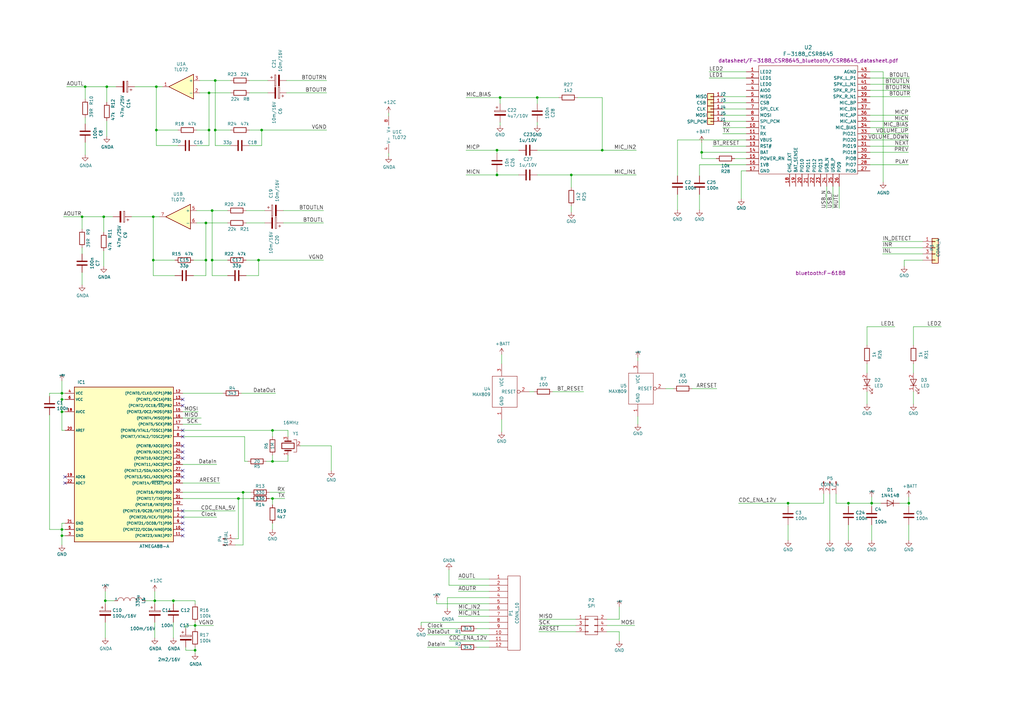
<source format=kicad_sch>
(kicad_sch (version 20200602) (host eeschema "5.99.0-unknown-6083c08~88~ubuntu18.04.1")
  (page 1 1)
  (paper "A3")
  (title_block (date "12 mar 2014"))
  (junction (at 25.4 161.29))
  (junction (at 25.4 163.83))
  (junction (at 25.4 168.91))
  (junction (at 25.4 217.17))
  (junction (at 25.4 219.71))
  (junction (at 33.655 88.9))
  (junction (at 34.925 35.56))
  (junction (at 42.545 88.9))
  (junction (at 43.18 246.38))
  (junction (at 43.815 35.56))
  (junction (at 62.865 88.9))
  (junction (at 62.865 106.68))
  (junction (at 63.5 246.38))
  (junction (at 64.135 35.56))
  (junction (at 64.135 53.34))
  (junction (at 71.12 246.38))
  (junction (at 80.01 256.54))
  (junction (at 80.01 266.7))
  (junction (at 84.455 91.44))
  (junction (at 84.455 106.68))
  (junction (at 85.725 38.1))
  (junction (at 85.725 53.34))
  (junction (at 86.995 86.36))
  (junction (at 86.995 106.68))
  (junction (at 88.265 33.02))
  (junction (at 88.265 53.34))
  (junction (at 97.79 204.47))
  (junction (at 99.695 201.93))
  (junction (at 106.045 106.68))
  (junction (at 107.315 53.34))
  (junction (at 111.76 176.53))
  (junction (at 111.76 189.23))
  (junction (at 111.76 204.47))
  (junction (at 203.835 61.595))
  (junction (at 203.835 71.755))
  (junction (at 205.105 40.005))
  (junction (at 220.345 40.005))
  (junction (at 234.315 71.755))
  (junction (at 247.015 61.595))
  (junction (at 287.782 62.484))
  (junction (at 323.215 206.375))
  (junction (at 347.98 206.375))
  (junction (at 357.505 206.375))
  (junction (at 372.745 206.375))
  (no_connect (at 74.93 217.17))
  (no_connect (at 74.93 195.58))
  (no_connect (at 74.93 179.07))
  (no_connect (at 74.93 166.37))
  (no_connect (at 74.93 209.55))
  (no_connect (at 74.93 212.09))
  (no_connect (at 26.67 198.12))
  (no_connect (at 74.93 176.53))
  (no_connect (at 74.93 193.04))
  (no_connect (at 74.93 214.63))
  (no_connect (at 74.93 219.71))
  (no_connect (at 74.93 163.83))
  (no_connect (at 26.67 195.58))
  (no_connect (at 74.93 182.88))
  (no_connect (at 74.93 185.42))
  (no_connect (at 74.93 187.96))
  (wire (pts (xy 20.32 161.29) (xy 25.4 161.29)))
  (wire (pts (xy 20.32 162.56) (xy 20.32 161.29)))
  (wire (pts (xy 20.32 217.17) (xy 20.32 170.18)))
  (wire (pts (xy 25.4 156.21) (xy 25.4 161.29)))
  (wire (pts (xy 25.4 161.29) (xy 25.4 163.83)))
  (wire (pts (xy 25.4 163.83) (xy 25.4 168.91)))
  (wire (pts (xy 25.4 168.91) (xy 25.4 176.53)))
  (wire (pts (xy 25.4 176.53) (xy 26.67 176.53)))
  (wire (pts (xy 25.4 214.63) (xy 25.4 217.17)))
  (wire (pts (xy 25.4 217.17) (xy 20.32 217.17)))
  (wire (pts (xy 25.4 217.17) (xy 25.4 219.71)))
  (wire (pts (xy 25.4 219.71) (xy 25.4 223.52)))
  (wire (pts (xy 26.035 88.9) (xy 33.655 88.9)))
  (wire (pts (xy 26.67 161.29) (xy 25.4 161.29)))
  (wire (pts (xy 26.67 163.83) (xy 25.4 163.83)))
  (wire (pts (xy 26.67 168.91) (xy 25.4 168.91)))
  (wire (pts (xy 26.67 214.63) (xy 25.4 214.63)))
  (wire (pts (xy 26.67 217.17) (xy 25.4 217.17)))
  (wire (pts (xy 26.67 219.71) (xy 25.4 219.71)))
  (wire (pts (xy 27.305 35.56) (xy 34.925 35.56)))
  (wire (pts (xy 33.655 88.9) (xy 42.545 88.9)))
  (wire (pts (xy 33.655 93.98) (xy 33.655 88.9)))
  (wire (pts (xy 33.655 101.6) (xy 33.655 104.14)))
  (wire (pts (xy 33.655 116.84) (xy 33.655 111.76)))
  (wire (pts (xy 34.925 35.56) (xy 43.815 35.56)))
  (wire (pts (xy 34.925 40.64) (xy 34.925 35.56)))
  (wire (pts (xy 34.925 48.26) (xy 34.925 50.8)))
  (wire (pts (xy 34.925 63.5) (xy 34.925 58.42)))
  (wire (pts (xy 42.545 88.9) (xy 46.355 88.9)))
  (wire (pts (xy 42.545 95.25) (xy 42.545 88.9)))
  (wire (pts (xy 42.545 109.22) (xy 42.545 102.87)))
  (wire (pts (xy 43.18 242.57) (xy 43.18 246.38)))
  (wire (pts (xy 43.18 246.38) (xy 43.18 247.65)))
  (wire (pts (xy 43.18 246.38) (xy 46.99 246.38)))
  (wire (pts (xy 43.18 255.27) (xy 43.18 261.62)))
  (wire (pts (xy 43.815 35.56) (xy 47.625 35.56)))
  (wire (pts (xy 43.815 41.91) (xy 43.815 35.56)))
  (wire (pts (xy 43.815 55.88) (xy 43.815 49.53)))
  (wire (pts (xy 53.975 88.9) (xy 62.865 88.9)))
  (wire (pts (xy 55.245 35.56) (xy 64.135 35.56)))
  (wire (pts (xy 59.69 246.38) (xy 63.5 246.38)))
  (wire (pts (xy 62.865 88.9) (xy 62.865 106.68)))
  (wire (pts (xy 62.865 88.9) (xy 65.405 88.9)))
  (wire (pts (xy 62.865 106.68) (xy 62.865 113.03)))
  (wire (pts (xy 62.865 113.03) (xy 71.755 113.03)))
  (wire (pts (xy 63.5 242.57) (xy 63.5 246.38)))
  (wire (pts (xy 63.5 246.38) (xy 63.5 247.65)))
  (wire (pts (xy 63.5 246.38) (xy 71.12 246.38)))
  (wire (pts (xy 63.5 255.27) (xy 63.5 261.62)))
  (wire (pts (xy 64.135 35.56) (xy 64.135 53.34)))
  (wire (pts (xy 64.135 35.56) (xy 66.675 35.56)))
  (wire (pts (xy 64.135 53.34) (xy 64.135 59.69)))
  (wire (pts (xy 64.135 59.69) (xy 73.025 59.69)))
  (wire (pts (xy 71.12 246.38) (xy 71.12 247.65)))
  (wire (pts (xy 71.12 246.38) (xy 80.01 246.38)))
  (wire (pts (xy 71.12 255.27) (xy 71.12 261.62)))
  (wire (pts (xy 71.755 106.68) (xy 62.865 106.68)))
  (wire (pts (xy 73.025 53.34) (xy 64.135 53.34)))
  (wire (pts (xy 74.93 161.29) (xy 91.44 161.29)))
  (wire (pts (xy 74.93 171.45) (xy 82.55 171.45)))
  (wire (pts (xy 74.93 173.99) (xy 82.55 173.99)))
  (wire (pts (xy 74.93 176.53) (xy 111.76 176.53)))
  (wire (pts (xy 74.93 179.07) (xy 100.33 179.07)))
  (wire (pts (xy 74.93 190.5) (xy 88.9 190.5)))
  (wire (pts (xy 74.93 198.12) (xy 90.17 198.12)))
  (wire (pts (xy 74.93 201.93) (xy 99.695 201.93)))
  (wire (pts (xy 74.93 204.47) (xy 97.79 204.47)))
  (wire (pts (xy 74.93 209.55) (xy 96.52 209.55)))
  (wire (pts (xy 74.93 212.09) (xy 88.9 212.09)))
  (wire (pts (xy 76.2 256.54) (xy 80.01 256.54)))
  (wire (pts (xy 76.2 257.81) (xy 76.2 256.54)))
  (wire (pts (xy 76.2 265.43) (xy 76.2 266.7)))
  (wire (pts (xy 76.2 266.7) (xy 80.01 266.7)))
  (wire (pts (xy 79.375 106.68) (xy 84.455 106.68)))
  (wire (pts (xy 80.01 246.38) (xy 80.01 247.65)))
  (wire (pts (xy 80.01 255.27) (xy 80.01 256.54)))
  (wire (pts (xy 80.01 256.54) (xy 80.01 257.81)))
  (wire (pts (xy 80.01 256.54) (xy 87.63 256.54)))
  (wire (pts (xy 80.01 265.43) (xy 80.01 266.7)))
  (wire (pts (xy 80.01 266.7) (xy 80.01 267.97)))
  (wire (pts (xy 80.645 53.34) (xy 85.725 53.34)))
  (wire (pts (xy 80.645 86.36) (xy 86.995 86.36)))
  (wire (pts (xy 80.645 91.44) (xy 84.455 91.44)))
  (wire (pts (xy 81.28 168.91) (xy 74.93 168.91)))
  (wire (pts (xy 81.915 33.02) (xy 88.265 33.02)))
  (wire (pts (xy 81.915 38.1) (xy 85.725 38.1)))
  (wire (pts (xy 84.455 91.44) (xy 84.455 106.68)))
  (wire (pts (xy 84.455 91.44) (xy 93.345 91.44)))
  (wire (pts (xy 84.455 106.68) (xy 84.455 113.03)))
  (wire (pts (xy 84.455 113.03) (xy 79.375 113.03)))
  (wire (pts (xy 85.725 38.1) (xy 85.725 53.34)))
  (wire (pts (xy 85.725 38.1) (xy 94.615 38.1)))
  (wire (pts (xy 85.725 53.34) (xy 85.725 59.69)))
  (wire (pts (xy 85.725 59.69) (xy 80.645 59.69)))
  (wire (pts (xy 86.995 86.36) (xy 86.995 106.68)))
  (wire (pts (xy 86.995 86.36) (xy 93.345 86.36)))
  (wire (pts (xy 86.995 106.68) (xy 86.995 113.03)))
  (wire (pts (xy 86.995 113.03) (xy 93.345 113.03)))
  (wire (pts (xy 88.265 33.02) (xy 88.265 53.34)))
  (wire (pts (xy 88.265 33.02) (xy 94.615 33.02)))
  (wire (pts (xy 88.265 53.34) (xy 88.265 59.69)))
  (wire (pts (xy 88.265 59.69) (xy 94.615 59.69)))
  (wire (pts (xy 93.345 106.68) (xy 86.995 106.68)))
  (wire (pts (xy 94.615 53.34) (xy 88.265 53.34)))
  (wire (pts (xy 96.52 220.98) (xy 97.79 220.98)))
  (wire (pts (xy 96.52 223.52) (xy 99.695 223.52)))
  (wire (pts (xy 97.79 204.47) (xy 102.87 204.47)))
  (wire (pts (xy 97.79 220.98) (xy 97.79 204.47)))
  (wire (pts (xy 99.06 161.29) (xy 113.03 161.29)))
  (wire (pts (xy 99.695 201.93) (xy 102.87 201.93)))
  (wire (pts (xy 99.695 223.52) (xy 99.695 201.93)))
  (wire (pts (xy 100.33 179.07) (xy 100.33 189.23)))
  (wire (pts (xy 100.33 189.23) (xy 101.6 189.23)))
  (wire (pts (xy 100.965 86.36) (xy 108.585 86.36)))
  (wire (pts (xy 100.965 91.44) (xy 108.585 91.44)))
  (wire (pts (xy 100.965 106.68) (xy 106.045 106.68)))
  (wire (pts (xy 100.965 113.03) (xy 106.045 113.03)))
  (wire (pts (xy 102.235 33.02) (xy 109.855 33.02)))
  (wire (pts (xy 102.235 38.1) (xy 109.855 38.1)))
  (wire (pts (xy 102.235 53.34) (xy 107.315 53.34)))
  (wire (pts (xy 102.235 59.69) (xy 107.315 59.69)))
  (wire (pts (xy 106.045 106.68) (xy 132.715 106.68)))
  (wire (pts (xy 106.045 113.03) (xy 106.045 106.68)))
  (wire (pts (xy 107.315 53.34) (xy 133.985 53.34)))
  (wire (pts (xy 107.315 59.69) (xy 107.315 53.34)))
  (wire (pts (xy 109.22 189.23) (xy 111.76 189.23)))
  (wire (pts (xy 110.49 201.93) (xy 116.84 201.93)))
  (wire (pts (xy 110.49 204.47) (xy 111.76 204.47)))
  (wire (pts (xy 111.76 176.53) (xy 111.76 179.07)))
  (wire (pts (xy 111.76 176.53) (xy 118.11 176.53)))
  (wire (pts (xy 111.76 186.69) (xy 111.76 189.23)))
  (wire (pts (xy 111.76 189.23) (xy 118.11 189.23)))
  (wire (pts (xy 111.76 204.47) (xy 116.84 204.47)))
  (wire (pts (xy 111.76 207.01) (xy 111.76 204.47)))
  (wire (pts (xy 111.76 217.17) (xy 111.76 214.63)))
  (wire (pts (xy 118.11 176.53) (xy 118.11 179.07)))
  (wire (pts (xy 118.11 189.23) (xy 118.11 186.69)))
  (wire (pts (xy 132.715 86.36) (xy 116.205 86.36)))
  (wire (pts (xy 132.715 91.44) (xy 116.205 91.44)))
  (wire (pts (xy 133.985 33.02) (xy 117.475 33.02)))
  (wire (pts (xy 133.985 38.1) (xy 117.475 38.1)))
  (wire (pts (xy 135.89 182.88) (xy 123.19 182.88)))
  (wire (pts (xy 135.89 193.04) (xy 135.89 182.88)))
  (wire (pts (xy 159.385 46.355) (xy 159.385 47.625)))
  (wire (pts (xy 159.385 64.135) (xy 159.385 62.865)))
  (wire (pts (xy 172.72 255.27) (xy 172.72 256.54)))
  (wire (pts (xy 172.72 255.27) (xy 200.66 255.27)))
  (wire (pts (xy 175.26 260.35) (xy 200.66 260.35)))
  (wire (pts (xy 179.07 247.65) (xy 179.07 246.38)))
  (wire (pts (xy 179.07 247.65) (xy 200.66 247.65)))
  (wire (pts (xy 183.515 245.11) (xy 200.66 245.11)))
  (wire (pts (xy 183.515 249.555) (xy 183.515 245.11)))
  (wire (pts (xy 184.15 233.68) (xy 184.15 240.03)))
  (wire (pts (xy 184.15 240.03) (xy 200.66 240.03)))
  (wire (pts (xy 184.15 262.89) (xy 200.66 262.89)))
  (wire (pts (xy 187.96 250.19) (xy 200.66 250.19)))
  (wire (pts (xy 187.96 252.73) (xy 200.66 252.73)))
  (wire (pts (xy 187.96 257.81) (xy 175.26 257.81)))
  (wire (pts (xy 187.96 265.43) (xy 175.26 265.43)))
  (wire (pts (xy 191.135 40.005) (xy 205.105 40.005)))
  (wire (pts (xy 195.58 257.81) (xy 200.66 257.81)))
  (wire (pts (xy 195.58 265.43) (xy 200.66 265.43)))
  (wire (pts (xy 200.66 237.49) (xy 187.96 237.49)))
  (wire (pts (xy 200.66 242.57) (xy 187.96 242.57)))
  (wire (pts (xy 203.835 61.595) (xy 191.135 61.595)))
  (wire (pts (xy 203.835 62.865) (xy 203.835 61.595)))
  (wire (pts (xy 203.835 70.485) (xy 203.835 71.755)))
  (wire (pts (xy 203.835 71.755) (xy 191.135 71.755)))
  (wire (pts (xy 205.105 40.005) (xy 220.345 40.005)))
  (wire (pts (xy 205.105 42.545) (xy 205.105 40.005)))
  (wire (pts (xy 205.105 51.435) (xy 205.105 50.165)))
  (wire (pts (xy 205.74 149.225) (xy 205.74 145.415)))
  (wire (pts (xy 205.74 177.165) (xy 205.74 172.085)))
  (wire (pts (xy 212.725 61.595) (xy 203.835 61.595)))
  (wire (pts (xy 212.725 71.755) (xy 203.835 71.755)))
  (wire (pts (xy 217.17 160.655) (xy 219.075 160.655)))
  (wire (pts (xy 220.345 40.005) (xy 229.235 40.005)))
  (wire (pts (xy 220.345 42.545) (xy 220.345 40.005)))
  (wire (pts (xy 220.345 51.435) (xy 220.345 50.165)))
  (wire (pts (xy 220.345 61.595) (xy 247.015 61.595)))
  (wire (pts (xy 220.345 71.755) (xy 234.315 71.755)))
  (wire (pts (xy 220.98 256.54) (xy 236.22 256.54)))
  (wire (pts (xy 234.315 71.755) (xy 260.985 71.755)))
  (wire (pts (xy 234.315 76.835) (xy 234.315 71.755)))
  (wire (pts (xy 234.315 86.995) (xy 234.315 84.455)))
  (wire (pts (xy 236.22 254) (xy 220.98 254)))
  (wire (pts (xy 236.22 259.08) (xy 220.98 259.08)))
  (wire (pts (xy 236.855 40.005) (xy 247.015 40.005)))
  (wire (pts (xy 239.395 160.655) (xy 226.695 160.655)))
  (wire (pts (xy 247.015 40.005) (xy 247.015 61.595)))
  (wire (pts (xy 247.015 61.595) (xy 260.985 61.595)))
  (wire (pts (xy 248.92 254) (xy 254 254)))
  (wire (pts (xy 248.92 256.54) (xy 260.35 256.54)))
  (wire (pts (xy 248.92 259.08) (xy 254 259.08)))
  (wire (pts (xy 254 254) (xy 254 248.92)))
  (wire (pts (xy 254 259.08) (xy 254 262.89)))
  (wire (pts (xy 261.62 146.685) (xy 261.62 147.955)))
  (wire (pts (xy 261.62 170.815) (xy 261.62 173.99)))
  (wire (pts (xy 273.05 159.385) (xy 276.225 159.385)))
  (wire (pts (xy 277.876 57.404) (xy 306.07 57.404)))
  (wire (pts (xy 277.876 72.136) (xy 277.876 57.404)))
  (wire (pts (xy 277.876 79.756) (xy 277.876 86.106)))
  (wire (pts (xy 286.893 67.564) (xy 286.893 72.136)))
  (wire (pts (xy 286.893 67.564) (xy 306.07 67.564)))
  (wire (pts (xy 286.893 79.756) (xy 286.893 86.106)))
  (wire (pts (xy 287.782 62.484) (xy 287.782 58.42)))
  (wire (pts (xy 287.782 65.024) (xy 287.782 62.484)))
  (wire (pts (xy 293.751 65.024) (xy 287.782 65.024)))
  (wire (pts (xy 294.005 159.385) (xy 283.845 159.385)))
  (wire (pts (xy 296.545 42.164) (xy 306.07 42.164)))
  (wire (pts (xy 296.545 47.244) (xy 306.07 47.244)))
  (wire (pts (xy 301.371 65.024) (xy 306.07 65.024)))
  (wire (pts (xy 304.038 70.104) (xy 304.038 81.534)))
  (wire (pts (xy 306.07 29.464) (xy 290.83 29.464)))
  (wire (pts (xy 306.07 32.004) (xy 290.83 32.004)))
  (wire (pts (xy 306.07 39.624) (xy 296.545 39.624)))
  (wire (pts (xy 306.07 44.704) (xy 296.545 44.704)))
  (wire (pts (xy 306.07 49.784) (xy 296.545 49.784)))
  (wire (pts (xy 306.07 52.324) (xy 296.418 52.324)))
  (wire (pts (xy 306.07 54.864) (xy 296.418 54.864)))
  (wire (pts (xy 306.07 59.944) (xy 292.354 59.944)))
  (wire (pts (xy 306.07 62.484) (xy 287.782 62.484)))
  (wire (pts (xy 306.07 70.104) (xy 304.038 70.104)))
  (wire (pts (xy 323.215 206.375) (xy 302.895 206.375)))
  (wire (pts (xy 323.215 206.375) (xy 323.215 207.645)))
  (wire (pts (xy 323.215 206.375) (xy 337.82 206.375)))
  (wire (pts (xy 323.215 215.265) (xy 323.215 221.615)))
  (wire (pts (xy 337.82 202.565) (xy 337.82 206.375)))
  (wire (pts (xy 339.09 76.454) (xy 339.09 85.471)))
  (wire (pts (xy 340.36 202.565) (xy 340.36 221.615)))
  (wire (pts (xy 341.63 76.454) (xy 341.63 85.471)))
  (wire (pts (xy 342.9 202.565) (xy 342.9 206.375)))
  (wire (pts (xy 342.9 206.375) (xy 347.98 206.375)))
  (wire (pts (xy 344.17 76.454) (xy 344.17 85.471)))
  (wire (pts (xy 347.98 206.375) (xy 347.98 207.645)))
  (wire (pts (xy 347.98 206.375) (xy 357.505 206.375)))
  (wire (pts (xy 347.98 215.265) (xy 347.98 221.615)))
  (wire (pts (xy 355.6 133.985) (xy 367.03 133.985)))
  (wire (pts (xy 355.6 141.605) (xy 355.6 133.985)))
  (wire (pts (xy 355.6 149.225) (xy 355.6 153.035)))
  (wire (pts (xy 355.6 160.655) (xy 355.6 165.735)))
  (wire (pts (xy 356.87 29.464) (xy 362.204 29.464)))
  (wire (pts (xy 356.87 32.004) (xy 373.126 32.004)))
  (wire (pts (xy 356.87 34.544) (xy 373.126 34.544)))
  (wire (pts (xy 356.87 37.084) (xy 373.38 37.084)))
  (wire (pts (xy 356.87 39.624) (xy 373.38 39.624)))
  (wire (pts (xy 356.87 47.244) (xy 372.618 47.244)))
  (wire (pts (xy 356.87 49.784) (xy 372.618 49.784)))
  (wire (pts (xy 356.87 52.324) (xy 372.618 52.324)))
  (wire (pts (xy 356.87 54.864) (xy 372.618 54.864)))
  (wire (pts (xy 356.87 57.404) (xy 372.745 57.404)))
  (wire (pts (xy 356.87 59.944) (xy 372.745 59.944)))
  (wire (pts (xy 356.87 62.484) (xy 372.618 62.484)))
  (wire (pts (xy 356.87 67.564) (xy 372.618 67.564)))
  (wire (pts (xy 357.505 203.835) (xy 357.505 206.375)))
  (wire (pts (xy 357.505 206.375) (xy 357.505 207.645)))
  (wire (pts (xy 357.505 206.375) (xy 361.315 206.375)))
  (wire (pts (xy 357.505 215.265) (xy 357.505 221.615)))
  (wire (pts (xy 362.204 29.464) (xy 362.204 74.676)))
  (wire (pts (xy 368.935 206.375) (xy 372.745 206.375)))
  (wire (pts (xy 370.84 106.68) (xy 378.46 106.68)))
  (wire (pts (xy 370.84 109.22) (xy 370.84 106.68)))
  (wire (pts (xy 372.745 203.835) (xy 372.745 206.375)))
  (wire (pts (xy 372.745 206.375) (xy 372.745 207.645)))
  (wire (pts (xy 372.745 221.615) (xy 372.745 215.265)))
  (wire (pts (xy 374.65 133.985) (xy 386.08 133.985)))
  (wire (pts (xy 374.65 141.605) (xy 374.65 133.985)))
  (wire (pts (xy 374.65 149.225) (xy 374.65 153.035)))
  (wire (pts (xy 374.65 160.655) (xy 374.65 165.735)))
  (wire (pts (xy 378.46 99.06) (xy 361.95 99.06)))
  (wire (pts (xy 378.46 101.6) (xy 361.95 101.6)))
  (wire (pts (xy 378.46 104.14) (xy 361.95 104.14)))
  (label "AOUTR" (at 26.035 88.9 0) (effects (font (size 1.524 1.524))))
  (label "AOUTL" (at 27.305 35.56 0) (effects (font (size 1.524 1.524))))
  (label "MOSI" (at 81.28 168.91 180) (effects (font (size 1.524 1.524))))
  (label "MISO" (at 81.28 171.45 180) (effects (font (size 1.524 1.524))))
  (label "SCK" (at 81.28 173.99 180) (effects (font (size 1.524 1.524))))
  (label "VGND" (at 87.63 256.54 180) (effects (font (size 1.524 1.524))))
  (label "DataIn" (at 88.9 190.5 180) (effects (font (size 1.524 1.524))))
  (label "Clock" (at 88.9 212.09 180) (effects (font (size 1.524 1.524))))
  (label "ARESET" (at 90.17 198.12 180) (effects (font (size 1.524 1.524))))
  (label "CDC_ENA_5V" (at 96.52 209.55 180) (effects (font (size 1.524 1.524))))
  (label "DataOut" (at 113.03 161.29 180) (effects (font (size 1.524 1.524))))
  (label "RX" (at 116.84 201.93 180) (effects (font (size 1.524 1.524))))
  (label "TX" (at 116.84 204.47 180) (effects (font (size 1.524 1.524))))
  (label "BTOUTLN" (at 132.715 86.36 180) (effects (font (size 1.524 1.524))))
  (label "BTOUTL" (at 132.715 91.44 180) (effects (font (size 1.524 1.524))))
  (label "VGND" (at 132.715 106.68 180) (effects (font (size 1.524 1.524))))
  (label "BTOUTRN" (at 133.985 33.02 180) (effects (font (size 1.524 1.524))))
  (label "BTOUTR" (at 133.985 38.1 180) (effects (font (size 1.524 1.524))))
  (label "VGND" (at 133.985 53.34 180) (effects (font (size 1.524 1.524))))
  (label "Clock" (at 175.26 257.81 0) (effects (font (size 1.524 1.524))))
  (label "DataOut" (at 175.26 260.35 0) (effects (font (size 1.524 1.524))))
  (label "DataIn" (at 175.26 265.43 0) (effects (font (size 1.524 1.524))))
  (label "CDC_ENA_12V" (at 184.15 262.89 0) (effects (font (size 1.524 1.524))))
  (label "AOUTL" (at 187.96 237.49 0) (effects (font (size 1.524 1.524))))
  (label "AOUTR" (at 187.96 242.57 0) (effects (font (size 1.524 1.524))))
  (label "MIC_IN2" (at 187.96 250.19 0) (effects (font (size 1.524 1.524))))
  (label "MIC_IN1" (at 187.96 252.73 0) (effects (font (size 1.524 1.524))))
  (label "MIC_BIAS" (at 191.135 40.005 0) (effects (font (size 1.524 1.524))))
  (label "MICP" (at 191.135 61.595 0) (effects (font (size 1.524 1.524))))
  (label "MICN" (at 191.135 71.755 0) (effects (font (size 1.524 1.524))))
  (label "MISO" (at 220.98 254 0) (effects (font (size 1.524 1.524))))
  (label "SCK" (at 220.98 256.54 0) (effects (font (size 1.524 1.524))))
  (label "ARESET" (at 220.98 259.08 0) (effects (font (size 1.524 1.524))))
  (label "BT_RESET" (at 239.395 160.655 180) (effects (font (size 1.524 1.524))))
  (label "MOSI" (at 260.35 256.54 180) (effects (font (size 1.524 1.524))))
  (label "MIC_IN2" (at 260.985 61.595 180) (effects (font (size 1.524 1.524))))
  (label "MIC_IN1" (at 260.985 71.755 180) (effects (font (size 1.524 1.524))))
  (label "LED2" (at 290.83 29.464 0) (effects (font (size 1.524 1.524))))
  (label "LED1" (at 290.83 32.004 0) (effects (font (size 1.524 1.524))))
  (label "BT_RESET" (at 292.354 59.944 0) (effects (font (size 1.524 1.524))))
  (label "ARESET" (at 294.005 159.385 180) (effects (font (size 1.524 1.524))))
  (label "RX" (at 296.418 52.324 0) (effects (font (size 1.524 1.524))))
  (label "TX" (at 296.418 54.864 0) (effects (font (size 1.524 1.524))))
  (label "CDC_ENA_12V" (at 302.895 206.375 0) (effects (font (size 1.524 1.524))))
  (label "USB_N" (at 339.09 85.471 90) (effects (font (size 1.524 1.524))))
  (label "USB_P" (at 341.63 85.471 90) (effects (font (size 1.524 1.524))))
  (label "MUTE" (at 344.17 85.471 90) (effects (font (size 1.524 1.524))))
  (label "IN_DETECT" (at 361.95 99.06 0) (effects (font (size 1.524 1.524))))
  (label "INR" (at 361.95 101.6 0) (effects (font (size 1.524 1.524))))
  (label "INL" (at 361.95 104.14 0) (effects (font (size 1.524 1.524))))
  (label "LED1" (at 367.03 133.985 180) (effects (font (size 1.524 1.524))))
  (label "MICP" (at 372.618 47.244 180) (effects (font (size 1.524 1.524))))
  (label "MICN" (at 372.618 49.784 180) (effects (font (size 1.524 1.524))))
  (label "MIC_BIAS" (at 372.618 52.324 180) (effects (font (size 1.524 1.524))))
  (label "VOLUME_UP" (at 372.618 54.864 180) (effects (font (size 1.524 1.524))))
  (label "PREV" (at 372.618 62.484 180) (effects (font (size 1.524 1.524))))
  (label "PLAY" (at 372.618 67.564 180) (effects (font (size 1.524 1.524))))
  (label "VOLUME_DOWN" (at 372.745 57.404 180) (effects (font (size 1.524 1.524))))
  (label "NEXT" (at 372.745 59.944 180) (effects (font (size 1.524 1.524))))
  (label "BTOUTL" (at 373.126 32.004 180) (effects (font (size 1.524 1.524))))
  (label "BTOUTLN" (at 373.126 34.544 180) (effects (font (size 1.524 1.524))))
  (label "BTOUTRN" (at 373.38 37.084 180) (effects (font (size 1.524 1.524))))
  (label "BTOUTR" (at 373.38 39.624 180) (effects (font (size 1.524 1.524))))
  (label "LED2" (at 386.08 133.985 180) (effects (font (size 1.524 1.524))))
  (symbol (lib_id "atmegax8_with_F-3188-rescue:+5V-RESCUE-atmegax8_with_bluetooth-atmegax8_with_bluetooth-rescue") (at 25.4 156.21 0) (unit 1)
    (property "Reference" "#PWR04" (effects hide))
    (property "Value" "+5V" (at 25.4 153.924 0) (effects (font (size 0.762 0.762))))
  )
  (symbol (lib_id "atmegax8_with_F-3188-rescue:+12V-RESCUE-atmegax8_with_bluetooth-atmegax8_with_bluetooth-rescue") (at 43.18 242.57 0) (unit 1)
    (property "Reference" "#PWR02" (effects hide))
    (property "Value" "+12V" (at 43.18 240.03 0) (effects (font (size 0.762 0.762))))
  )
  (symbol (lib_id "atmegax8_with_F-3188-rescue:+12C-RESCUE-atmegax8_with_bluetooth-atmegax8_with_bluetooth-rescue") (at 63.5 242.57 0) (unit 1)
    (property "Reference" "#PWR023" (effects hide))
    (property "Value" "+12C" (at 63.9572 238.1504 0))
  )
  (symbol (lib_id "atmegax8_with_F-3188-rescue:+12C-RESCUE-atmegax8_with_bluetooth-atmegax8_with_bluetooth-rescue") (at 159.385 46.355 0) (unit 1)
    (property "Reference" "#PWR030" (effects hide))
    (property "Value" "+12C" (at 159.8422 41.9354 0))
  )
  (symbol (lib_id "atmegax8_with_F-3188-rescue:+12V-RESCUE-atmegax8_with_bluetooth-atmegax8_with_bluetooth-rescue") (at 179.07 246.38 0) (unit 1)
    (property "Reference" "#PWR05" (effects hide))
    (property "Value" "+12V" (at 179.07 243.84 0) (effects (font (size 0.762 0.762))))
  )
  (symbol (lib_id "atmegax8_with_F-3188-rescue:+BATT-RESCUE-atmegax8_with_bluetooth-atmegax8_with_bluetooth-rescue") (at 205.74 145.415 0) (unit 1)
    (property "Reference" "#PWR018" (effects hide))
    (property "Value" "+BATT" (at 206.1972 140.9954 0))
  )
  (symbol (lib_id "atmegax8_with_F-3188-rescue:+5V-RESCUE-atmegax8_with_bluetooth-atmegax8_with_bluetooth-rescue") (at 254 248.92 0) (unit 1)
    (property "Reference" "#PWR019" (effects hide))
    (property "Value" "+5V" (at 254 246.634 0) (effects (font (size 0.762 0.762))))
  )
  (symbol (lib_id "atmegax8_with_F-3188-rescue:+5V-RESCUE-atmegax8_with_bluetooth-atmegax8_with_bluetooth-rescue") (at 261.62 146.685 0) (unit 1)
    (property "Reference" "#PWR01" (effects hide))
    (property "Value" "+5V" (at 261.62 144.399 0) (effects (font (size 0.762 0.762))))
  )
  (symbol (lib_id "atmegax8_with_F-3188-rescue:+BATT-RESCUE-atmegax8_with_bluetooth-atmegax8_with_bluetooth-rescue") (at 287.782 58.42 0) (unit 1)
    (property "Reference" "#PWR015" (effects hide))
    (property "Value" "+BATT" (at 288.2392 54.0004 0))
  )
  (symbol (lib_id "atmegax8_with_F-3188-rescue:+5V-RESCUE-atmegax8_with_bluetooth-atmegax8_with_bluetooth-rescue") (at 357.505 203.835 0) (unit 1)
    (property "Reference" "#PWR03" (effects hide))
    (property "Value" "+5V" (at 357.505 201.549 0) (effects (font (size 0.762 0.762))))
  )
  (symbol (lib_id "atmegax8_with_F-3188-rescue:+BATT-RESCUE-atmegax8_with_bluetooth-atmegax8_with_bluetooth-rescue") (at 372.745 203.835 0) (unit 1)
    (property "Reference" "#PWR014" (effects hide))
    (property "Value" "+BATT" (at 373.2022 199.4154 0))
  )
  (symbol (lib_id "atmegax8_with_F-3188-rescue:GND-RESCUE-atmegax8_with_bluetooth-atmegax8_with_bluetooth-rescue") (at 25.4 223.52 0) (unit 1)
    (property "Reference" "#PWR06" (effects hide))
    (property "Value" "GND" (at 25.4 227.33 0))
  )
  (symbol (lib_id "atmegax8_with_F-3188-rescue:GNDA-RESCUE-atmegax8_with_bluetooth-atmegax8_with_bluetooth-rescue") (at 33.655 116.84 0) (unit 1)
    (property "Reference" "#PWR037" (effects hide))
    (property "Value" "GNDA" (at 33.8582 121.2596 0))
  )
  (symbol (lib_id "atmegax8_with_F-3188-rescue:GNDA-RESCUE-atmegax8_with_bluetooth-atmegax8_with_bluetooth-rescue") (at 34.925 63.5 0) (unit 1)
    (property "Reference" "#PWR033" (effects hide))
    (property "Value" "GNDA" (at 35.1282 67.9196 0))
  )
  (symbol (lib_id "atmegax8_with_F-3188-rescue:GNDA-RESCUE-atmegax8_with_bluetooth-atmegax8_with_bluetooth-rescue") (at 42.545 109.22 0) (unit 1)
    (property "Reference" "#PWR036" (effects hide))
    (property "Value" "GNDA" (at 42.7482 113.6396 0))
  )
  (symbol (lib_id "atmegax8_with_F-3188-rescue:GNDA-RESCUE-atmegax8_with_bluetooth-atmegax8_with_bluetooth-rescue") (at 43.18 261.62 0) (unit 1)
    (property "Reference" "#PWR0101" (effects hide))
    (property "Value" "GNDA" (at 43.3832 266.0396 0))
  )
  (symbol (lib_id "atmegax8_with_F-3188-rescue:GNDA-RESCUE-atmegax8_with_bluetooth-atmegax8_with_bluetooth-rescue") (at 43.815 55.88 0) (unit 1)
    (property "Reference" "#PWR032" (effects hide))
    (property "Value" "GNDA" (at 44.0182 60.2996 0))
  )
  (symbol (lib_id "atmegax8_with_F-3188-rescue:GNDA-RESCUE-atmegax8_with_bluetooth-atmegax8_with_bluetooth-rescue") (at 63.5 261.62 0) (unit 1)
    (property "Reference" "#PWR025" (effects hide))
    (property "Value" "GNDA" (at 63.7032 266.0396 0))
  )
  (symbol (lib_id "atmegax8_with_F-3188-rescue:GNDA-RESCUE-atmegax8_with_bluetooth-atmegax8_with_bluetooth-rescue") (at 71.12 261.62 0) (unit 1)
    (property "Reference" "#PWR026" (effects hide))
    (property "Value" "GNDA" (at 71.3232 266.0396 0))
  )
  (symbol (lib_id "atmegax8_with_F-3188-rescue:GNDA-RESCUE-atmegax8_with_bluetooth-atmegax8_with_bluetooth-rescue") (at 80.01 267.97 0) (unit 1)
    (property "Reference" "#PWR027" (effects hide))
    (property "Value" "GNDA" (at 80.2132 272.3896 0))
  )
  (symbol (lib_id "atmegax8_with_F-3188-rescue:GND-RESCUE-atmegax8_with_bluetooth-atmegax8_with_bluetooth-rescue") (at 111.76 217.17 0) (unit 1)
    (property "Reference" "#PWR028" (effects hide))
    (property "Value" "GND" (at 111.76 220.98 0))
  )
  (symbol (lib_id "atmegax8_with_F-3188-rescue:GND-RESCUE-atmegax8_with_bluetooth-atmegax8_with_bluetooth-rescue") (at 135.89 193.04 0) (unit 1)
    (property "Reference" "#PWR07" (effects hide))
    (property "Value" "GND" (at 135.89 196.85 0))
  )
  (symbol (lib_id "atmegax8_with_F-3188-rescue:GNDA-RESCUE-atmegax8_with_bluetooth-atmegax8_with_bluetooth-rescue") (at 159.385 64.135 0) (unit 1)
    (property "Reference" "#PWR031" (effects hide))
    (property "Value" "GNDA" (at 159.5882 68.5546 0))
  )
  (symbol (lib_id "atmegax8_with_F-3188-rescue:GND-RESCUE-atmegax8_with_bluetooth-atmegax8_with_bluetooth-rescue") (at 172.72 256.54 0) (unit 1)
    (property "Reference" "#PWR011" (effects hide))
    (property "Value" "GND" (at 172.72 260.35 0))
  )
  (symbol (lib_id "atmegax8_with_F-3188-rescue:GNDA-RESCUE-atmegax8_with_bluetooth-atmegax8_with_bluetooth-rescue") (at 183.515 249.555 0) (unit 1)
    (property "Reference" "#PWR0103" (effects hide))
    (property "Value" "GNDA" (at 183.7182 253.9746 0))
  )
  (symbol (lib_id "atmegax8_with_F-3188-rescue:GNDA-RESCUE-atmegax8_with_bluetooth-atmegax8_with_bluetooth-rescue") (at 184.15 233.68 180) (unit 1)
    (property "Reference" "#PWR021" (effects hide))
    (property "Value" "GNDA" (at 184.15 229.87 0))
  )
  (symbol (lib_id "atmegax8_with_F-3188-rescue:GND-RESCUE-atmegax8_with_bluetooth-atmegax8_with_bluetooth-rescue") (at 205.105 51.435 0) (unit 1)
    (property "Reference" "#PWR038" (effects hide))
    (property "Value" "GND" (at 205.105 55.245 0))
  )
  (symbol (lib_id "atmegax8_with_F-3188-rescue:GND-RESCUE-atmegax8_with_bluetooth-atmegax8_with_bluetooth-rescue") (at 205.74 177.165 0) (unit 1)
    (property "Reference" "#PWR017" (effects hide))
    (property "Value" "GND" (at 205.74 180.975 0))
  )
  (symbol (lib_id "atmegax8_with_F-3188-rescue:GND-RESCUE-atmegax8_with_bluetooth-atmegax8_with_bluetooth-rescue") (at 220.345 51.435 0) (unit 1)
    (property "Reference" "#PWR013" (effects hide))
    (property "Value" "GND" (at 220.345 55.245 0))
  )
  (symbol (lib_id "atmegax8_with_F-3188-rescue:GND-RESCUE-atmegax8_with_bluetooth-atmegax8_with_bluetooth-rescue") (at 234.315 86.995 0) (unit 1)
    (property "Reference" "#PWR029" (effects hide))
    (property "Value" "GND" (at 234.315 90.805 0))
  )
  (symbol (lib_id "atmegax8_with_F-3188-rescue:GND-RESCUE-atmegax8_with_bluetooth-atmegax8_with_bluetooth-rescue") (at 254 262.89 0) (unit 1)
    (property "Reference" "#PWR020" (effects hide))
    (property "Value" "GND" (at 254 266.7 0))
  )
  (symbol (lib_id "atmegax8_with_F-3188-rescue:GND-RESCUE-atmegax8_with_bluetooth-atmegax8_with_bluetooth-rescue") (at 261.62 173.99 0) (unit 1)
    (property "Reference" "#PWR012" (effects hide))
    (property "Value" "GND" (at 261.62 177.8 0))
  )
  (symbol (lib_id "atmegax8_with_F-3188-rescue:GND-RESCUE-atmegax8_with_bluetooth-atmegax8_with_bluetooth-rescue") (at 277.876 86.106 0) (unit 1)
    (property "Reference" "#PWR0104" (effects hide))
    (property "Value" "GND" (at 277.876 89.916 0))
  )
  (symbol (lib_id "atmegax8_with_F-3188-rescue:GND-RESCUE-atmegax8_with_bluetooth-atmegax8_with_bluetooth-rescue") (at 286.893 86.106 0) (unit 1)
    (property "Reference" "#PWR0102" (effects hide))
    (property "Value" "GND" (at 286.893 89.916 0))
  )
  (symbol (lib_id "atmegax8_with_F-3188-rescue:GND-RESCUE-atmegax8_with_bluetooth-atmegax8_with_bluetooth-rescue") (at 304.038 81.534 0) (unit 1)
    (property "Reference" "#PWR043" (effects hide))
    (property "Value" "GND" (at 304.038 85.344 0))
  )
  (symbol (lib_id "atmegax8_with_F-3188-rescue:GND-RESCUE-atmegax8_with_bluetooth-atmegax8_with_bluetooth-rescue") (at 323.215 221.615 0) (unit 1)
    (property "Reference" "#PWR08" (effects hide))
    (property "Value" "GND" (at 323.215 225.425 0))
  )
  (symbol (lib_id "atmegax8_with_F-3188-rescue:GND-RESCUE-atmegax8_with_bluetooth-atmegax8_with_bluetooth-rescue") (at 340.36 221.615 0) (unit 1)
    (property "Reference" "#PWR09" (effects hide))
    (property "Value" "GND" (at 340.36 225.425 0))
  )
  (symbol (lib_id "atmegax8_with_F-3188-rescue:GND-RESCUE-atmegax8_with_bluetooth-atmegax8_with_bluetooth-rescue") (at 347.98 221.615 0) (unit 1)
    (property "Reference" "#PWR022" (effects hide))
    (property "Value" "GND" (at 347.98 225.425 0))
  )
  (symbol (lib_id "atmegax8_with_F-3188-rescue:GND-RESCUE-atmegax8_with_bluetooth-atmegax8_with_bluetooth-rescue") (at 355.6 165.735 0) (unit 1)
    (property "Reference" "#PWR041" (effects hide))
    (property "Value" "GND" (at 355.6 169.545 0))
  )
  (symbol (lib_id "atmegax8_with_F-3188-rescue:GND-RESCUE-atmegax8_with_bluetooth-atmegax8_with_bluetooth-rescue") (at 357.505 221.615 0) (unit 1)
    (property "Reference" "#PWR010" (effects hide))
    (property "Value" "GND" (at 357.505 225.425 0))
  )
  (symbol (lib_id "tinkerforge:AGND") (at 362.204 74.676 0) (unit 1)
    (property "Reference" "#PWR0105" (effects hide))
    (property "Value" "AGND" (at 362.331 79.0702 0))
  )
  (symbol (lib_id "atmegax8_with_F-3188-rescue:GND-RESCUE-atmegax8_with_bluetooth-atmegax8_with_bluetooth-rescue") (at 370.84 109.22 0) (unit 1)
    (property "Reference" "#PWR045" (effects hide))
    (property "Value" "GND" (at 370.84 113.03 0))
  )
  (symbol (lib_id "atmegax8_with_F-3188-rescue:GND-RESCUE-atmegax8_with_bluetooth-atmegax8_with_bluetooth-rescue") (at 372.745 221.615 0) (unit 1)
    (property "Reference" "#PWR016" (effects hide))
    (property "Value" "GND" (at 372.745 225.425 0))
  )
  (symbol (lib_id "atmegax8_with_F-3188-rescue:GND-RESCUE-atmegax8_with_bluetooth-atmegax8_with_bluetooth-rescue") (at 374.65 165.735 0) (unit 1)
    (property "Reference" "#PWR042" (effects hide))
    (property "Value" "GND" (at 374.65 169.545 0))
  )
  (symbol (lib_id "atmegax8_with_F-3188-rescue:R-RESCUE-atmegax8_with_bluetooth-atmegax8_with_bluetooth-rescue") (at 33.655 97.79 0) (mirror x) (unit 1)
    (property "Reference" "R9" (at 36.195 96.52 90) (effects (justify right)))
    (property "Value" "39R" (at 36.195 101.6 90) (effects (justify right)))
    (property "Footprint" "Resistors_SMD:R_0805_HandSoldering" (effects hide))
  )
  (symbol (lib_id "atmegax8_with_F-3188-rescue:R-RESCUE-atmegax8_with_bluetooth-atmegax8_with_bluetooth-rescue") (at 34.925 44.45 0) (mirror x) (unit 1)
    (property "Reference" "R10" (at 37.465 43.18 90) (effects (justify right)))
    (property "Value" "39R" (at 37.465 48.26 90) (effects (justify right)))
    (property "Footprint" "Resistors_SMD:R_0805_HandSoldering" (effects hide))
  )
  (symbol (lib_id "atmegax8_with_F-3188-rescue:R-RESCUE-atmegax8_with_bluetooth-atmegax8_with_bluetooth-rescue") (at 42.545 99.06 0) (mirror x) (unit 1)
    (property "Reference" "R11" (at 45.085 97.79 90) (effects (justify right)))
    (property "Value" "47k" (at 45.085 102.87 90) (effects (justify right)))
    (property "Footprint" "Resistors_SMD:R_0805_HandSoldering" (effects hide))
  )
  (symbol (lib_id "atmegax8_with_F-3188-rescue:R-RESCUE-atmegax8_with_bluetooth-atmegax8_with_bluetooth-rescue") (at 43.815 45.72 0) (mirror x) (unit 1)
    (property "Reference" "R12" (at 46.355 44.45 90) (effects (justify right)))
    (property "Value" "47k" (at 46.355 49.53 90) (effects (justify right)))
    (property "Footprint" "Resistors_SMD:R_0805_HandSoldering" (effects hide))
  )
  (symbol (lib_id "atmegax8_with_F-3188-rescue:R-RESCUE-atmegax8_with_bluetooth-atmegax8_with_bluetooth-rescue") (at 75.565 106.68 270) (mirror x) (unit 1)
    (property "Reference" "R15" (at 74.295 104.14 90) (effects (justify right)))
    (property "Value" "47k" (at 79.375 104.14 90) (effects (justify right)))
    (property "Footprint" "Resistors_SMD:R_0805_HandSoldering" (effects hide))
  )
  (symbol (lib_id "atmegax8_with_F-3188-rescue:R-RESCUE-atmegax8_with_bluetooth-atmegax8_with_bluetooth-rescue") (at 76.835 53.34 270) (mirror x) (unit 1)
    (property "Reference" "R18" (at 75.565 50.8 90) (effects (justify right)))
    (property "Value" "47k" (at 80.645 50.8 90) (effects (justify right)))
    (property "Footprint" "Resistors_SMD:R_0805_HandSoldering" (effects hide))
  )
  (symbol (lib_id "atmegax8_with_F-3188-rescue:R-RESCUE-atmegax8_with_bluetooth-atmegax8_with_bluetooth-rescue") (at 80.01 251.46 180) (unit 1)
    (property "Reference" "R16" (at 81.788 250.2916 0) (effects (justify right)))
    (property "Value" "100k" (at 81.788 252.6284 0) (effects (justify right)))
    (property "Footprint" "Resistors_SMD:R_0805_HandSoldering" (effects hide))
  )
  (symbol (lib_id "atmegax8_with_F-3188-rescue:R-RESCUE-atmegax8_with_bluetooth-atmegax8_with_bluetooth-rescue") (at 80.01 261.62 180) (unit 1)
    (property "Reference" "R17" (at 81.788 260.4516 0) (effects (justify right)))
    (property "Value" "100k" (at 81.788 262.7884 0) (effects (justify right)))
    (property "Footprint" "Resistors_SMD:R_0805_HandSoldering" (effects hide))
  )
  (symbol (lib_id "atmegax8_with_F-3188-rescue:R-RESCUE-atmegax8_with_bluetooth-atmegax8_with_bluetooth-rescue") (at 95.25 161.29 90) (unit 1)
    (property "Reference" "R4" (at 95.25 159.258 90))
    (property "Value" "3k3" (at 95.25 161.29 90))
    (property "Footprint" "Resistors_SMD:R_0805_HandSoldering" (effects hide))
  )
  (symbol (lib_id "atmegax8_with_F-3188-rescue:R-RESCUE-atmegax8_with_bluetooth-atmegax8_with_bluetooth-rescue") (at 97.155 86.36 270) (mirror x) (unit 1)
    (property "Reference" "R20" (at 95.885 83.82 90) (effects (justify right)))
    (property "Value" "22k" (at 100.965 83.82 90) (effects (justify right)))
    (property "Footprint" "Resistors_SMD:R_0805_HandSoldering" (effects hide))
  )
  (symbol (lib_id "atmegax8_with_F-3188-rescue:R-RESCUE-atmegax8_with_bluetooth-atmegax8_with_bluetooth-rescue") (at 97.155 91.44 90) (mirror x) (unit 1)
    (property "Reference" "R21" (at 98.425 93.98 90) (effects (justify right)))
    (property "Value" "22k" (at 93.345 93.98 90) (effects (justify right)))
    (property "Footprint" "Resistors_SMD:R_0805_HandSoldering" (effects hide))
  )
  (symbol (lib_id "atmegax8_with_F-3188-rescue:R-RESCUE-atmegax8_with_bluetooth-atmegax8_with_bluetooth-rescue") (at 97.155 106.68 270) (mirror x) (unit 1)
    (property "Reference" "R22" (at 95.885 104.14 90) (effects (justify right)))
    (property "Value" "47k" (at 100.965 104.14 90) (effects (justify right)))
    (property "Footprint" "Resistors_SMD:R_0805_HandSoldering" (effects hide))
  )
  (symbol (lib_id "atmegax8_with_F-3188-rescue:R-RESCUE-atmegax8_with_bluetooth-atmegax8_with_bluetooth-rescue") (at 98.425 33.02 270) (mirror x) (unit 1)
    (property "Reference" "R23" (at 97.155 30.48 90) (effects (justify right)))
    (property "Value" "22k" (at 102.235 30.48 90) (effects (justify right)))
    (property "Footprint" "Resistors_SMD:R_0805_HandSoldering" (effects hide))
  )
  (symbol (lib_id "atmegax8_with_F-3188-rescue:R-RESCUE-atmegax8_with_bluetooth-atmegax8_with_bluetooth-rescue") (at 98.425 38.1 90) (mirror x) (unit 1)
    (property "Reference" "R8" (at 99.695 40.64 90) (effects (justify right)))
    (property "Value" "22k" (at 94.615 40.64 90) (effects (justify right)))
    (property "Footprint" "Resistors_SMD:R_0805_HandSoldering" (effects hide))
  )
  (symbol (lib_id "atmegax8_with_F-3188-rescue:R-RESCUE-atmegax8_with_bluetooth-atmegax8_with_bluetooth-rescue") (at 98.425 53.34 270) (mirror x) (unit 1)
    (property "Reference" "R24" (at 97.155 50.8 90) (effects (justify right)))
    (property "Value" "47k" (at 102.235 50.8 90) (effects (justify right)))
    (property "Footprint" "Resistors_SMD:R_0805_HandSoldering" (effects hide))
  )
  (symbol (lib_id "atmegax8_with_F-3188-rescue:R-RESCUE-atmegax8_with_bluetooth-atmegax8_with_bluetooth-rescue") (at 105.41 189.23 270) (unit 1)
    (property "Reference" "R5" (at 105.41 191.262 90))
    (property "Value" "20" (at 105.41 189.23 90))
    (property "Footprint" "Resistors_SMD:R_0805_HandSoldering" (effects hide))
  )
  (symbol (lib_id "atmegax8_with_F-3188-rescue:R-RESCUE-atmegax8_with_bluetooth-atmegax8_with_bluetooth-rescue") (at 106.68 201.93 90) (unit 1)
    (property "Reference" "R13" (at 106.68 199.39 90))
    (property "Value" "330" (at 106.68 201.93 90))
    (property "Footprint" "Resistors_SMD:R_0805_HandSoldering" (effects hide))
  )
  (symbol (lib_id "atmegax8_with_F-3188-rescue:R-RESCUE-atmegax8_with_bluetooth-atmegax8_with_bluetooth-rescue") (at 106.68 204.47 90) (unit 1)
    (property "Reference" "R14" (at 106.68 207.01 90))
    (property "Value" "330" (at 106.68 204.47 90))
    (property "Footprint" "Resistors_SMD:R_0805_HandSoldering" (effects hide))
  )
  (symbol (lib_id "atmegax8_with_F-3188-rescue:R-RESCUE-atmegax8_with_bluetooth-atmegax8_with_bluetooth-rescue") (at 111.76 182.88 0) (unit 1)
    (property "Reference" "R6" (at 109.22 182.88 90))
    (property "Value" "1M" (at 111.76 182.88 90))
    (property "Footprint" "Resistors_SMD:R_0805_HandSoldering" (effects hide))
  )
  (symbol (lib_id "atmegax8_with_F-3188-rescue:R-RESCUE-atmegax8_with_bluetooth-atmegax8_with_bluetooth-rescue") (at 111.76 210.82 0) (unit 1)
    (property "Reference" "R19" (at 113.538 209.6516 0) (effects (justify left)))
    (property "Value" "4k7" (at 113.538 211.9884 0) (effects (justify left)))
    (property "Footprint" "Resistors_SMD:R_0805_HandSoldering" (effects hide))
  )
  (symbol (lib_id "atmegax8_with_F-3188-rescue:R-RESCUE-atmegax8_with_bluetooth-atmegax8_with_bluetooth-rescue") (at 191.77 257.81 270) (unit 1)
    (property "Reference" "R1" (at 187.96 259.08 90))
    (property "Value" "3k3" (at 191.77 257.81 90))
    (property "Footprint" "Resistors_SMD:R_0805_HandSoldering" (effects hide))
  )
  (symbol (lib_id "atmegax8_with_F-3188-rescue:R-RESCUE-atmegax8_with_bluetooth-atmegax8_with_bluetooth-rescue") (at 191.77 265.43 270) (unit 1)
    (property "Reference" "R2" (at 187.96 264.16 90))
    (property "Value" "3k3" (at 191.77 265.43 90))
    (property "Footprint" "Resistors_SMD:R_0805_HandSoldering" (effects hide))
  )
  (symbol (lib_id "atmegax8_with_F-3188-rescue:R-RESCUE-atmegax8_with_bluetooth-atmegax8_with_bluetooth-rescue") (at 222.885 160.655 90) (unit 1)
    (property "Reference" "R7" (at 222.885 155.3718 90))
    (property "Value" "100" (at 222.885 157.7086 90))
    (property "Footprint" "Resistors_SMD:R_0805_HandSoldering" (effects hide))
  )
  (symbol (lib_id "atmegax8_with_F-3188-rescue:R-RESCUE-atmegax8_with_bluetooth-atmegax8_with_bluetooth-rescue") (at 233.045 40.005 270) (mirror x) (unit 1)
    (property "Reference" "R27" (at 233.045 34.7218 90))
    (property "Value" "1k2" (at 233.045 37.0586 90))
    (property "Footprint" "Resistors_SMD:R_0805_HandSoldering" (effects hide))
  )
  (symbol (lib_id "atmegax8_with_F-3188-rescue:R-RESCUE-atmegax8_with_bluetooth-atmegax8_with_bluetooth-rescue") (at 234.315 80.645 0) (mirror x) (unit 1)
    (property "Reference" "R25" (at 239.5982 80.645 90))
    (property "Value" "1k2" (at 237.2614 80.645 90))
    (property "Footprint" "Resistors_SMD:R_0805_HandSoldering" (effects hide))
  )
  (symbol (lib_id "atmegax8_with_F-3188-rescue:R-RESCUE-atmegax8_with_bluetooth-atmegax8_with_bluetooth-rescue") (at 280.035 159.385 90) (unit 1)
    (property "Reference" "R3" (at 280.035 154.1018 90))
    (property "Value" "100" (at 280.035 156.4386 90))
    (property "Footprint" "Resistors_SMD:R_0805_HandSoldering" (effects hide))
  )
  (symbol (lib_id "atmegax8_with_F-3188-rescue:R-RESCUE-atmegax8_with_bluetooth-atmegax8_with_bluetooth-rescue") (at 297.561 65.024 90) (mirror x) (unit 1)
    (property "Reference" "R28" (at 297.561 70.3072 90))
    (property "Value" "10k" (at 297.561 67.9704 90))
    (property "Footprint" "Resistors_SMD:R_0805_HandSoldering" (effects hide))
  )
  (symbol (lib_id "atmegax8_with_F-3188-rescue:R-RESCUE-atmegax8_with_bluetooth-atmegax8_with_bluetooth-rescue") (at 355.6 145.415 0) (unit 1)
    (property "Reference" "R26" (at 360.8832 145.415 90))
    (property "Value" "1k" (at 358.5464 145.415 90))
    (property "Footprint" "Resistors_SMD:R_0805_HandSoldering" (effects hide))
  )
  (symbol (lib_id "atmegax8_with_F-3188-rescue:R-RESCUE-atmegax8_with_bluetooth-atmegax8_with_bluetooth-rescue") (at 374.65 145.415 0) (unit 1)
    (property "Reference" "R31" (at 379.9332 145.415 90))
    (property "Value" "1k" (at 377.5964 145.415 90))
    (property "Footprint" "Resistors_SMD:R_0805_HandSoldering" (effects hide))
  )
  (symbol (lib_id "Connector_Generic:Conn_01x01") (at 291.465 39.624 180) (unit 1)
    (property "Reference" "J2" (at 296.545 38.608 0))
    (property "Value" "MISO" (at 287.655 39.624 0))
    (property "Footprint" "modules:1pin_smd" (effects hide))
  )
  (symbol (lib_id "Connector_Generic:Conn_01x01") (at 291.465 42.164 180) (unit 1)
    (property "Reference" "J3" (at 296.545 41.148 0))
    (property "Value" "CSB" (at 287.655 42.164 0))
    (property "Footprint" "modules:1pin_smd" (effects hide))
  )
  (symbol (lib_id "Connector_Generic:Conn_01x01") (at 291.465 44.704 180) (unit 1)
    (property "Reference" "J4" (at 296.545 43.942 0))
    (property "Value" "CLK" (at 287.655 44.704 0))
    (property "Footprint" "modules:1pin_smd" (effects hide))
  )
  (symbol (lib_id "Connector_Generic:Conn_01x01") (at 291.465 47.244 180) (unit 1)
    (property "Reference" "J5" (at 296.545 46.482 0))
    (property "Value" "MOSI" (at 287.655 47.244 0))
    (property "Footprint" "modules:1pin_smd" (effects hide))
  )
  (symbol (lib_id "Connector_Generic:Conn_01x01") (at 291.465 49.784 180) (unit 1)
    (property "Reference" "J1" (at 296.545 49.022 0))
    (property "Value" "SPI_PCM" (at 285.877 49.911 0))
    (property "Footprint" "modules:1pin_smd" (effects hide))
  )
  (symbol (lib_id "atmegax8_with_F-3188-rescue:INDUCTOR-RESCUE-atmegax8_with_bluetooth-atmegax8_with_bluetooth-rescue") (at 53.34 246.38 0) (unit 1)
    (property "Reference" "L1" (at 58.8518 246.38 90))
    (property "Value" "330u" (at 56.515 246.38 90))
    (property "Footprint" "SMD_Packages:SMD-1210_Pol" (effects hide))
  )
  (symbol (lib_id "atmegax8_with_F-3188-rescue:D-RESCUE-atmegax8_with_bluetooth-atmegax8_with_bluetooth-rescue") (at 365.125 206.375 180) (unit 1)
    (property "Reference" "D1" (at 365.125 200.8886 0))
    (property "Value" "1N4148" (at 365.125 203.2254 0))
    (property "Footprint" "Diodes_SMD:D_MiniMELF" (effects hide))
  )
  (symbol (lib_id "Connector:Conn_01x02_Male") (at 91.44 220.98 0) (unit 1)
    (property "Reference" "P4" (at 90.17 220.98 90))
    (property "Value" "SERIAL" (at 92.71 220.98 90))
    (property "Footprint" "Pin_Headers:Pin_Header_Straight_1x02_Pitch2.54mm" (effects hide))
  )
  (symbol (lib_id "atmegax8_with_F-3188-rescue:LED-RESCUE-atmegax8_with_bluetooth-atmegax8_with_bluetooth-rescue") (at 355.6 156.845 90) (unit 1)
    (property "Reference" "D2" (at 358.5718 155.8798 90) (effects (justify right)))
    (property "Value" "LED" (at 358.5718 158.1912 90) (effects (justify right)))
    (property "Footprint" "LEDs:LED_0805_HandSoldering" (effects hide))
  )
  (symbol (lib_id "atmegax8_with_F-3188-rescue:LED-RESCUE-atmegax8_with_bluetooth-atmegax8_with_bluetooth-rescue") (at 374.65 156.845 90) (unit 1)
    (property "Reference" "D3" (at 377.6218 155.8798 90) (effects (justify right)))
    (property "Value" "LED" (at 377.6218 158.1912 90) (effects (justify right)))
    (property "Footprint" "LEDs:LED_0805_HandSoldering" (effects hide))
  )
  (symbol (lib_id "Amplifier_Operational:TL072") (at 161.925 55.245 0) (unit 3)
    (property "Reference" "U1" (at 160.8582 54.0766 0) (effects (justify left)))
    (property "Value" "TL072" (at 160.8582 56.388 0) (effects (justify left)))
    (property "Datasheet" "http://www.ti.com/lit/ds/symlink/tl071.pdf" (effects hide))
  )
  (symbol (lib_id "atmegax8_with_F-3188-rescue:C-RESCUE-atmegax8_with_bluetooth-atmegax8_with_bluetooth-rescue") (at 20.32 166.37 0) (unit 1)
    (property "Reference" "C1" (at 23.241 165.2016 0) (effects (justify left)))
    (property "Value" "100n" (at 23.241 167.5384 0) (effects (justify left)))
    (property "Footprint" "Capacitors_SMD:C_0805_HandSoldering" (effects hide))
  )
  (symbol (lib_id "atmegax8_with_F-3188-rescue:C-RESCUE-atmegax8_with_bluetooth-atmegax8_with_bluetooth-rescue") (at 33.655 107.95 0) (unit 1)
    (property "Reference" "C7" (at 40.0812 107.95 90))
    (property "Value" "100n" (at 37.7444 107.95 90))
    (property "Footprint" "Capacitors_SMD:C_0805_HandSoldering" (effects hide))
  )
  (symbol (lib_id "atmegax8_with_F-3188-rescue:C-RESCUE-atmegax8_with_bluetooth-atmegax8_with_bluetooth-rescue") (at 34.925 54.61 0) (unit 1)
    (property "Reference" "C8" (at 41.3512 54.61 90))
    (property "Value" "100n" (at 39.0144 54.61 90))
    (property "Footprint" "Capacitors_SMD:C_0805_HandSoldering" (effects hide))
  )
  (symbol (lib_id "Device:CP") (at 43.18 251.46 0) (unit 1)
    (property "Reference" "C10" (at 46.101 250.2916 0) (effects (justify left)))
    (property "Value" "100u/16V" (at 46.101 252.6284 0) (effects (justify left)))
    (property "Footprint" "Capacitors_Tantalum_SMD:CP_Tantalum_Case-D_EIA-7343-31_Hand" (effects hide))
  )
  (symbol (lib_id "atmegax8_with_F-3188-rescue:CP-RESCUE-atmegax8_with_bluetooth-atmegax8_with_bluetooth-rescue") (at 50.165 88.9 270) (mirror x) (unit 1)
    (property "Reference" "C9" (at 51.435 97.79 0) (effects (justify left)))
    (property "Value" "47m/25V" (at 48.895 101.6 0) (effects (justify left)))
    (property "Footprint" "Capacitors_SMD:c_elec_6.3x5.7" (effects hide))
  )
  (symbol (lib_id "atmegax8_with_F-3188-rescue:CP-RESCUE-atmegax8_with_bluetooth-atmegax8_with_bluetooth-rescue") (at 51.435 35.56 270) (mirror x) (unit 1)
    (property "Reference" "C14" (at 52.705 44.45 0) (effects (justify left)))
    (property "Value" "47m/25V" (at 50.165 48.26 0) (effects (justify left)))
    (property "Footprint" "Capacitors_SMD:c_elec_6.3x5.7" (effects hide))
  )
  (symbol (lib_id "atmegax8_with_F-3188-rescue:CP-RESCUE-atmegax8_with_bluetooth-atmegax8_with_bluetooth-rescue") (at 63.5 251.46 0) (unit 1)
    (property "Reference" "C11" (at 66.421 250.2916 0) (effects (justify left)))
    (property "Value" "100m/16V" (at 53.34 257.81 0) (effects (justify left)))
    (property "Footprint" "Capacitors_Tantalum_SMD:CP_Tantalum_Case-D_EIA-7343-31_Hand" (effects hide))
  )
  (symbol (lib_id "atmegax8_with_F-3188-rescue:C-RESCUE-atmegax8_with_bluetooth-atmegax8_with_bluetooth-rescue") (at 71.12 251.46 0) (unit 1)
    (property "Reference" "C12" (at 74.041 250.2916 0) (effects (justify left)))
    (property "Value" "100n" (at 66.04 256.54 0) (effects (justify left)))
    (property "Footprint" "Capacitors_SMD:C_0805_HandSoldering" (effects hide))
  )
  (symbol (lib_id "atmegax8_with_F-3188-rescue:C-RESCUE-atmegax8_with_bluetooth-atmegax8_with_bluetooth-rescue") (at 75.565 113.03 90) (unit 1)
    (property "Reference" "C15" (at 75.565 106.6038 90))
    (property "Value" "33p" (at 75.565 108.9406 90))
    (property "Footprint" "Capacitors_SMD:C_0805_HandSoldering" (effects hide))
  )
  (symbol (lib_id "atmegax8_with_F-3188-rescue:CP-RESCUE-atmegax8_with_bluetooth-atmegax8_with_bluetooth-rescue") (at 76.2 261.62 0) (unit 1)
    (property "Reference" "C13" (at 73.66 256.54 0) (effects (justify left)))
    (property "Value" "2m2/16V" (at 64.77 270.51 0) (effects (justify left)))
    (property "Footprint" "Capacitors_Tantalum_SMD:TantalC_SizeA_EIA-3216_HandSoldering" (effects hide))
  )
  (symbol (lib_id "atmegax8_with_F-3188-rescue:C-RESCUE-atmegax8_with_bluetooth-atmegax8_with_bluetooth-rescue") (at 76.835 59.69 90) (unit 1)
    (property "Reference" "C16" (at 81.28 58.42 90))
    (property "Value" "33p" (at 72.39 57.785 90))
    (property "Footprint" "Capacitors_SMD:C_0805_HandSoldering" (effects hide))
  )
  (symbol (lib_id "atmegax8_with_F-3188-rescue:C-RESCUE-atmegax8_with_bluetooth-atmegax8_with_bluetooth-rescue") (at 97.155 113.03 90) (unit 1)
    (property "Reference" "C17" (at 97.155 106.6038 90))
    (property "Value" "33p" (at 97.155 108.9406 90))
    (property "Footprint" "Capacitors_SMD:C_0805_HandSoldering" (effects hide))
  )
  (symbol (lib_id "atmegax8_with_F-3188-rescue:C-RESCUE-atmegax8_with_bluetooth-atmegax8_with_bluetooth-rescue") (at 98.425 59.69 90) (unit 1)
    (property "Reference" "C18" (at 103.505 58.42 90))
    (property "Value" "33p" (at 93.345 58.42 90))
    (property "Footprint" "Capacitors_SMD:C_0805_HandSoldering" (effects hide))
  )
  (symbol (lib_id "atmegax8_with_F-3188-rescue:CP-RESCUE-atmegax8_with_bluetooth-atmegax8_with_bluetooth-rescue") (at 112.395 86.36 90) (mirror x) (unit 1)
    (property "Reference" "C19" (at 111.125 77.47 0) (effects (justify left)))
    (property "Value" "10m/16V" (at 113.665 73.66 0) (effects (justify left)))
    (property "Footprint" "Capacitors_SMD:CP_Elec_5x5.8" (effects hide))
  )
  (symbol (lib_id "atmegax8_with_F-3188-rescue:CP-RESCUE-atmegax8_with_bluetooth-atmegax8_with_bluetooth-rescue") (at 112.395 91.44 270) (mirror x) (unit 1)
    (property "Reference" "C20" (at 113.665 100.33 0) (effects (justify left)))
    (property "Value" "10m/16V" (at 111.125 104.14 0) (effects (justify left)))
    (property "Footprint" "Capacitors_SMD:c_elec_5x5.8" (effects hide))
  )
  (symbol (lib_id "atmegax8_with_F-3188-rescue:CP-RESCUE-atmegax8_with_bluetooth-atmegax8_with_bluetooth-rescue") (at 113.665 33.02 90) (mirror x) (unit 1)
    (property "Reference" "C21" (at 112.395 24.13 0) (effects (justify left)))
    (property "Value" "10m/16V" (at 114.935 20.32 0) (effects (justify left)))
    (property "Footprint" "Capacitors_SMD:c_elec_5x5.8" (effects hide))
  )
  (symbol (lib_id "atmegax8_with_F-3188-rescue:CP-RESCUE-atmegax8_with_bluetooth-atmegax8_with_bluetooth-rescue") (at 113.665 38.1 270) (mirror x) (unit 1)
    (property "Reference" "C6" (at 114.935 46.99 0) (effects (justify left)))
    (property "Value" "10m/16V" (at 112.395 50.8 0) (effects (justify left)))
    (property "Footprint" "Capacitors_SMD:c_elec_5x5.8" (effects hide))
  )
  (symbol (lib_id "atmegax8_with_F-3188-rescue:C-RESCUE-atmegax8_with_bluetooth-atmegax8_with_bluetooth-rescue") (at 203.835 66.675 0) (unit 1)
    (property "Reference" "C26" (at 210.2612 66.675 90))
    (property "Value" "10n" (at 207.9244 66.675 90))
    (property "Footprint" "Capacitors_SMD:C_0805_HandSoldering" (effects hide))
  )
  (symbol (lib_id "Device:CP") (at 205.105 46.355 0) (unit 1)
    (property "Reference" "C22" (at 208.026 45.1866 0) (effects (justify left)))
    (property "Value" "4u7/10V" (at 208.026 47.5234 0) (effects (justify left)))
    (property "Footprint" "Capacitors_Tantalum_SMD.pretty:TantalC_SizeA_EIA-3216_Wave" (effects hide))
  )
  (symbol (lib_id "Device:C") (at 216.535 61.595 90) (unit 1)
    (property "Reference" "C23" (at 216.535 55.1688 90))
    (property "Value" "1u/10V" (at 216.535 57.5056 90))
    (property "Footprint" "Capacitors_SMD:C_1206_HandSoldering" (effects hide))
  )
  (symbol (lib_id "Device:C") (at 216.535 71.755 90) (unit 1)
    (property "Reference" "C27" (at 216.535 65.3288 90))
    (property "Value" "1u/10V" (at 216.535 67.6656 90))
    (property "Footprint" "Capacitors_SMD:C_1206_HandSoldering" (effects hide))
  )
  (symbol (lib_id "atmegax8_with_F-3188-rescue:C-RESCUE-atmegax8_with_bluetooth-atmegax8_with_bluetooth-rescue") (at 220.345 46.355 0) (unit 1)
    (property "Reference" "C28" (at 226.7712 46.355 90))
    (property "Value" "100n" (at 224.4344 46.355 90))
    (property "Footprint" "Capacitors_SMD:C_0805_HandSoldering" (effects hide))
  )
  (symbol (lib_id "atmegax8_with_F-3188-rescue:C-RESCUE-atmegax8_with_bluetooth-atmegax8_with_bluetooth-rescue") (at 277.876 75.946 0) (unit 1)
    (property "Reference" "C2" (at 280.797 74.7776 0) (effects (justify left)))
    (property "Value" "100n" (at 280.797 77.1144 0) (effects (justify left)))
    (property "Footprint" "Capacitors_SMD:C_0805_HandSoldering" (effects hide))
  )
  (symbol (lib_id "atmegax8_with_F-3188-rescue:C-RESCUE-atmegax8_with_bluetooth-atmegax8_with_bluetooth-rescue") (at 286.893 75.946 0) (unit 1)
    (property "Reference" "C25" (at 289.814 74.7776 0) (effects (justify left)))
    (property "Value" "100n" (at 289.814 77.1144 0) (effects (justify left)))
    (property "Footprint" "Capacitors_SMD:C_0805_HandSoldering" (effects hide))
  )
  (symbol (lib_id "atmegax8_with_F-3188-rescue:C-RESCUE-atmegax8_with_bluetooth-atmegax8_with_bluetooth-rescue") (at 323.215 211.455 0) (unit 1)
    (property "Reference" "C3" (at 326.136 210.2866 0) (effects (justify left)))
    (property "Value" "100n" (at 326.136 212.6234 0) (effects (justify left)))
    (property "Footprint" "Capacitors_SMD:C_0805_HandSoldering" (effects hide))
  )
  (symbol (lib_id "atmegax8_with_F-3188-rescue:C-RESCUE-atmegax8_with_bluetooth-atmegax8_with_bluetooth-rescue") (at 347.98 211.455 0) (unit 1)
    (property "Reference" "C24" (at 350.901 210.2866 0) (effects (justify left)))
    (property "Value" "100n" (at 350.901 212.6234 0) (effects (justify left)))
    (property "Footprint" "Capacitors_SMD:C_0805_HandSoldering" (effects hide))
  )
  (symbol (lib_id "atmegax8_with_F-3188-rescue:C-RESCUE-atmegax8_with_bluetooth-atmegax8_with_bluetooth-rescue") (at 357.505 211.455 0) (unit 1)
    (property "Reference" "C4" (at 358.775 208.915 0) (effects (justify left)))
    (property "Value" "100n" (at 358.775 213.995 0) (effects (justify left)))
    (property "Footprint" "Capacitors_SMD:C_0805_HandSoldering" (effects hide))
  )
  (symbol (lib_id "atmegax8_with_F-3188-rescue:C-RESCUE-atmegax8_with_bluetooth-atmegax8_with_bluetooth-rescue") (at 372.745 211.455 0) (unit 1)
    (property "Reference" "C5" (at 375.666 210.2866 0) (effects (justify left)))
    (property "Value" "100n" (at 375.666 212.6234 0) (effects (justify left)))
    (property "Footprint" "Capacitors_SMD:C_0805_HandSoldering" (effects hide))
  )
  (symbol (lib_id "Connector:Conn_01x03_Male") (at 340.36 197.485 270) (unit 1)
    (property "Reference" "P5" (at 340.36 196.215 90))
    (property "Value" "CONN_4" (at 340.36 198.755 90))
    (property "Footprint" "Pin_Headers.pretty:Pin_Header_Straight_1x03" (effects hide))
  )
  (symbol (lib_id "Device:Crystal_GND2") (at 118.11 182.88 90) (unit 1)
    (property "Reference" "Y1" (at 122.555 177.8 90) (effects (justify left)))
    (property "Value" "16MHz" (at 122.555 173.355 90) (effects (justify left)))
    (property "Footprint" "modules:MURATA_CSTCE_V53" (effects hide))
  )
  (symbol (lib_id "atmegax8_with_F-3188-rescue:Conn_01x04-RESCUE-atmegax8_with_bluetooth-atmegax8_with_bluetooth-rescue") (at 383.54 101.6 0) (unit 1)
    (property "Reference" "P3" (at 382.27 101.6 90))
    (property "Value" "CONN_4" (at 384.81 101.6 90))
    (property "Footprint" "Pin_Headers.pretty:Pin_Header_Straight_1x04" (effects hide))
  )
  (symbol (lib_id "atmegax8_with_F-3188-rescue:CONN_02X03-RESCUE-atmegax8_with_bluetooth-atmegax8_with_bluetooth-rescue") (at 242.57 256.54 0) (unit 1)
    (property "Reference" "P2" (at 242.57 246.1768 0))
    (property "Value" "SPI" (at 242.57 248.5136 0))
    (property "Footprint" "Pin_Headers:Pin_Header_Straight_2x03" (effects hide))
  )
  (symbol (lib_id "Amplifier_Operational:TL072") (at 73.025 88.9 0) (mirror y) (unit 2)
    (property "Reference" "U1" (at 73.025 79.5782 0))
    (property "Value" "TL072" (at 73.025 81.8896 0))
    (property "Datasheet" "http://www.ti.com/lit/ds/symlink/tl071.pdf" (effects hide))
  )
  (symbol (lib_id "Amplifier_Operational:TL072") (at 74.295 35.56 0) (mirror y) (unit 1)
    (property "Reference" "U1" (at 74.295 26.2382 0))
    (property "Value" "TL072" (at 74.295 28.5496 0))
    (property "Datasheet" "http://www.ti.com/lit/ds/symlink/tl071.pdf" (effects hide))
  )
  (symbol (lib_id "MAX809_810:MAX809") (at 207.01 158.115 0) (unit 1)
    (property "Reference" "U4" (at 201.2188 159.4866 0) (effects (justify right)))
    (property "Value" "MAX809" (at 201.2188 161.798 0) (effects (justify right)))
    (property "Footprint" "TO_SOT_Packages_SMD.pretty:SOT-23" (effects hide))
    (property "Datasheet" "https://datasheets.maximintegrated.com/en/ds/MAX803-MAX810Z.pdf" (effects hide))
  )
  (symbol (lib_id "MAX809_810:MAX809") (at 262.89 156.845 0) (unit 1)
    (property "Reference" "U5" (at 257.0988 158.2166 0) (effects (justify right)))
    (property "Value" "MAX809" (at 257.0988 160.528 0) (effects (justify right)))
    (property "Footprint" "TO_SOT_Packages_SMD.pretty:SOT-23" (effects hide))
    (property "Datasheet" "https://datasheets.maximintegrated.com/en/ds/MAX803-MAX810Z.pdf" (effects hide))
  )
  (symbol (lib_id "atmegax8_with_F-3188-rescue:CONN_12-gencon-atmegax8_with_bluetooth-rescue") (at 210.82 251.46 0) (unit 1)
    (property "Reference" "P1" (at 209.55 251.46 90))
    (property "Value" "CONN_10" (at 212.09 251.46 90))
    (property "Footprint" "Pin_Headers:Pin_Header_Straight_1x12_Pitch2.54mm" (effects hide))
  )
  (symbol (lib_id "F-3188:F-3188_CSR8645") (at 336.55 68.834 0) (unit 1)
    (property "Reference" "U2" (at 331.47 19.431 0) (effects (font (size 1.524 1.524))))
    (property "Value" "F-3188_CSR8645" (at 331.47 22.1488 0) (effects (font (size 1.524 1.524))))
    (property "Footprint" "bluetooth:F-6188" (at 336.55 112.014 0) (effects (font (size 1.524 1.524))))
    (property "Datasheet" "datasheet/F-3188_CSR8645_bluetooth/CSR8645_datasheet.pdf" (at 331.47 24.8666 0) (effects (font (size 1.524 1.524))))
  )
  (symbol (lib_id "atmegax8_with_F-3188-rescue:ATMEGA88-A-RESCUE-atmegax8_with_bluetooth-atmegax8_with_bluetooth-rescue") (at 49.53 189.23 0) (unit 1)
    (property "Reference" "IC1" (at 31.75 157.48 0) (effects (justify left bottom)))
    (property "Value" "ATMEGA88-A" (at 57.15 224.79 0) (effects (justify left bottom)))
    (property "Footprint" "Housings_QFP:TQFP-32_7x7mm_Pitch0.8mm" (effects hide))
  )
)
</source>
